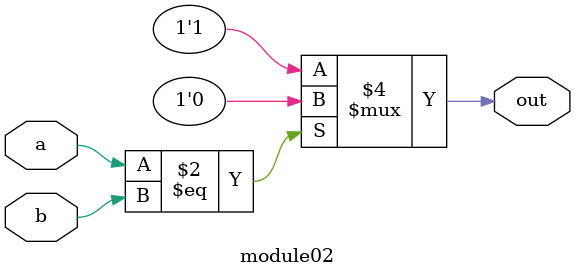
<source format=v>
module module02(
    output reg out,
    input a,
    input b
);

    always @(*) begin
        if (a == b) begin
            out = 0;
        end else begin
            out = 1;
        end
    end

endmodule

</source>
